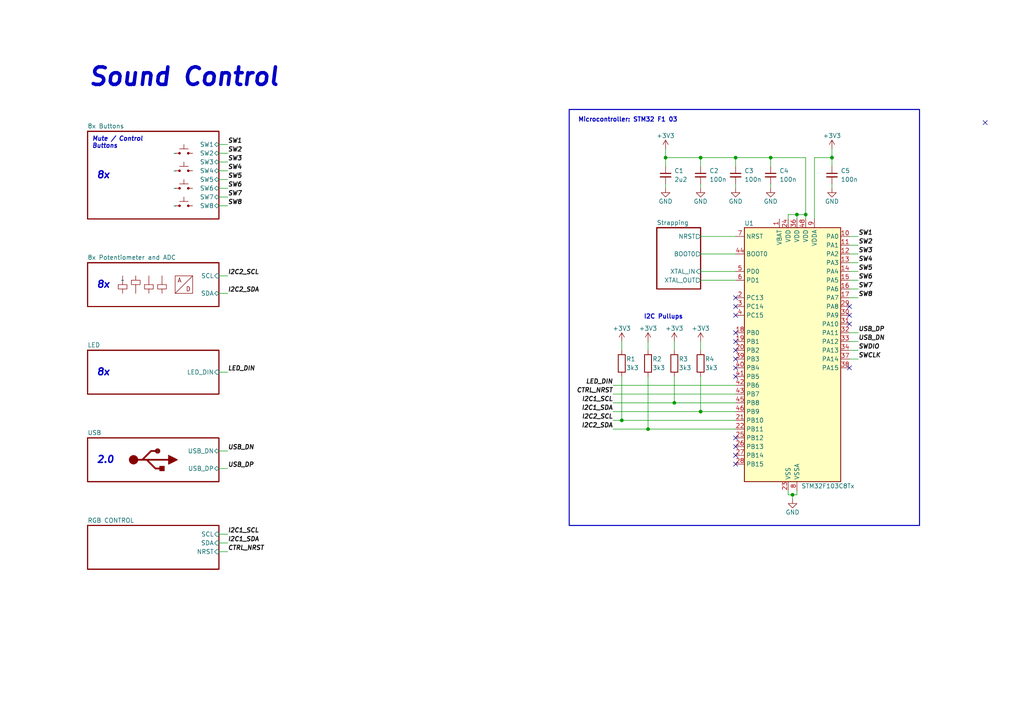
<source format=kicad_sch>
(kicad_sch (version 20230121) (generator eeschema)
  (paper "A4")
  (title_block (title "SoundControl") (date "2024-02-11") (rev "1"))
  (lib_symbols
    (symbol "Device:C_Small" (pin_numbers hide) (pin_names (offset 0.254) hide)
      (property "Reference" "C" (at 0.254 1.778 0))
      (property "Value" "C_Small" (at 0.254 -2.032 0))
      (symbol "C_Small_0_1"
        (polyline (pts (xy -1.524 -0.508) (xy 1.524 -0.508)) (stroke (width 0.3302)))
        (polyline (pts (xy -1.524 0.508) (xy 1.524 0.508)) (stroke (width 0.3048)))
      )
      (symbol "C_Small_1_1"
        (pin passive line (at 0 2.54 270) (length 2.032) (name "~") (number "1"))
        (pin passive line (at 0 -2.54 90) (length 2.032) (name "~") (number "2"))
      )
    )
    (symbol "Device:R" (pin_numbers hide) (pin_names (offset 0))
      (property "Reference" "R" (at 2.032 0 90))
      (property "Value" "R" (at 0 0 90))
      (symbol "R_0_1"
        (rectangle (start -1.016 -2.54) (end 1.016 2.54) (stroke (width 0.254)))
      )
      (symbol "R_1_1"
        (pin passive line (at 0 3.81 270) (length 1.27) (name "~") (number "1"))
        (pin passive line (at 0 -3.81 90) (length 1.27) (name "~") (number "2"))
      )
    )
    (symbol "Graphics:BtnGraph"
      (symbol "BtnGraph_0_1"
        (polyline (pts (xy 0 0) (xy 1.27 0)))
        (polyline (pts (xy 1.27 1.27) (xy 3.81 1.27)))
        (polyline (pts (xy 2.54 2.54) (xy 2.54 1.27)))
        (polyline (pts (xy 5.08 0) (xy 3.81 0)))
      )
      (symbol "BtnGraph_1_1"
        (circle (center 1.27 0) (radius 0.2898) (stroke (width 0) (color 132 0 0 1)) (fill (type outline)))
        (circle (center 3.81 0) (radius 0.2898) (stroke (width 0) (color 132 0 0 1)) (fill (type outline)))
      )
    )
    (symbol "Graphics:PotGraph" (pin_numbers hide) (pin_names (offset 0) hide)
      (symbol "PotGraph_0_1"
        (polyline (pts (xy 1.27 0) (xy 1.27 1.27)))
        (polyline (pts (xy 1.27 5.08) (xy 1.27 2.54)))
        (polyline (pts (xy 5.08 0) (xy 5.08 2.54)))
        (polyline (pts (xy 5.08 5.08) (xy 5.08 3.81)))
        (polyline (pts (xy 8.89 0) (xy 8.89 1.27)))
        (polyline (pts (xy 8.89 5.08) (xy 8.89 2.54)))
        (polyline (pts (xy 12.7 0) (xy 12.7 1.27)))
        (polyline (pts (xy 12.7 5.08) (xy 12.7 2.54)))
        (polyline (pts (xy 16.51 0) (xy 21.59 5.08)))
        (rectangle (start 0 2.54) (end 2.54 1.27))
        (rectangle (start 3.81 3.81) (end 6.35 2.54))
        (rectangle (start 7.62 2.54) (end 10.16 1.27))
        (rectangle (start 13.97 1.27) (end 11.43 2.54))
        (rectangle (start 16.51 5.08) (end 21.59 0))
      )
      (symbol "PotGraph_1_1"
        (text "A" (at 17.78 3.81 0) (effects (font (size 1.27 1.27))))
        (text "D" (at 20.32 1.27 0) (effects (font (size 1.27 1.27))))
      )
    )
    (symbol "Graphics:USBGraph"
      (symbol "USBGraph_0_1"
        (polyline (pts (xy 2.54 -6.985) (xy 2.54 3.175)) (stroke (width 0.508)))
        (polyline (pts (xy 2.54 -4.445) (xy 0 -1.905) (xy 0 -0.635)) (stroke (width 0.508)))
        (polyline (pts (xy 2.54 -3.175) (xy 5.08 -0.635) (xy 5.08 0.635)) (stroke (width 0.508)))
        (polyline (pts (xy 1.27 3.175) (xy 2.54 5.715) (xy 3.81 3.175) (xy 1.27 3.175)) (stroke (width 0.254)) (fill (type outline)))
        (circle (center 0 0) (radius 0.635) (stroke (width 0.254)) (fill (type outline)))
        (circle (center 2.54 -6.985) (radius 1.27) (fill (type outline)))
        (rectangle (start 4.445 0.635) (end 5.715 1.905) (stroke (width 0.254)) (fill (type outline)))
      )
    )
    (symbol "MCU_ST_STM32F1:STM32F103C8Tx"
      (property "Reference" "U" (at -12.7 39.37 0))
      (property "Value" "STM32F103C8Tx" (at 10.16 39.37 0))
      (symbol "STM32F103C8Tx_0_1"
        (rectangle (start -12.7 -35.56) (end 15.24 38.1) (stroke (width 0.254)) (fill (type background)))
      )
      (symbol "STM32F103C8Tx_1_1"
        (pin power_in line (at -2.54 40.64 270) (length 2.54) (name "VBAT") (number "1"))
        (pin bidirectional line (at 17.78 35.56 180) (length 2.54) (name "PA0") (number "10"))
        (pin bidirectional line (at 17.78 33.02 180) (length 2.54) (name "PA1") (number "11"))
        (pin bidirectional line (at 17.78 30.48 180) (length 2.54) (name "PA2") (number "12"))
        (pin bidirectional line (at 17.78 27.94 180) (length 2.54) (name "PA3") (number "13"))
        (pin bidirectional line (at 17.78 25.4 180) (length 2.54) (name "PA4") (number "14"))
        (pin bidirectional line (at 17.78 22.86 180) (length 2.54) (name "PA5") (number "15"))
        (pin bidirectional line (at 17.78 20.32 180) (length 2.54) (name "PA6") (number "16"))
        (pin bidirectional line (at 17.78 17.78 180) (length 2.54) (name "PA7") (number "17"))
        (pin bidirectional line (at -15.24 7.62 0) (length 2.54) (name "PB0") (number "18"))
        (pin bidirectional line (at -15.24 5.08 0) (length 2.54) (name "PB1") (number "19"))
        (pin bidirectional line (at -15.24 17.78 0) (length 2.54) (name "PC13") (number "2"))
        (pin bidirectional line (at -15.24 2.54 0) (length 2.54) (name "PB2") (number "20"))
        (pin bidirectional line (at -15.24 -17.78 0) (length 2.54) (name "PB10") (number "21"))
        (pin bidirectional line (at -15.24 -20.32 0) (length 2.54) (name "PB11") (number "22"))
        (pin power_in line (at 0 -38.1 90) (length 2.54) (name "VSS") (number "23"))
        (pin power_in line (at 0 40.64 270) (length 2.54) (name "VDD") (number "24"))
        (pin bidirectional line (at -15.24 -22.86 0) (length 2.54) (name "PB12") (number "25"))
        (pin bidirectional line (at -15.24 -25.4 0) (length 2.54) (name "PB13") (number "26"))
        (pin bidirectional line (at -15.24 -27.94 0) (length 2.54) (name "PB14") (number "27"))
        (pin bidirectional line (at -15.24 -30.48 0) (length 2.54) (name "PB15") (number "28"))
        (pin bidirectional line (at 17.78 15.24 180) (length 2.54) (name "PA8") (number "29"))
        (pin bidirectional line (at -15.24 15.24 0) (length 2.54) (name "PC14") (number "3"))
        (pin bidirectional line (at 17.78 12.7 180) (length 2.54) (name "PA9") (number "30"))
        (pin bidirectional line (at 17.78 10.16 180) (length 2.54) (name "PA10") (number "31"))
        (pin bidirectional line (at 17.78 7.62 180) (length 2.54) (name "PA11") (number "32"))
        (pin bidirectional line (at 17.78 5.08 180) (length 2.54) (name "PA12") (number "33"))
        (pin bidirectional line (at 17.78 2.54 180) (length 2.54) (name "PA13") (number "34"))
        (pin passive line (at 0 -38.1 90) (length 2.54) hide (name "VSS") (number "35"))
        (pin power_in line (at 2.54 40.64 270) (length 2.54) (name "VDD") (number "36"))
        (pin bidirectional line (at 17.78 0 180) (length 2.54) (name "PA14") (number "37"))
        (pin bidirectional line (at 17.78 -2.54 180) (length 2.54) (name "PA15") (number "38"))
        (pin bidirectional line (at -15.24 0 0) (length 2.54) (name "PB3") (number "39"))
        (pin bidirectional line (at -15.24 12.7 0) (length 2.54) (name "PC15") (number "4"))
        (pin bidirectional line (at -15.24 -2.54 0) (length 2.54) (name "PB4") (number "40"))
        (pin bidirectional line (at -15.24 -5.08 0) (length 2.54) (name "PB5") (number "41"))
        (pin bidirectional line (at -15.24 -7.62 0) (length 2.54) (name "PB6") (number "42"))
        (pin bidirectional line (at -15.24 -10.16 0) (length 2.54) (name "PB7") (number "43"))
        (pin input line (at -15.24 30.48 0) (length 2.54) (name "BOOT0") (number "44"))
        (pin bidirectional line (at -15.24 -12.7 0) (length 2.54) (name "PB8") (number "45"))
        (pin bidirectional line (at -15.24 -15.24 0) (length 2.54) (name "PB9") (number "46"))
        (pin passive line (at 0 -38.1 90) (length 2.54) hide (name "VSS") (number "47"))
        (pin power_in line (at 5.08 40.64 270) (length 2.54) (name "VDD") (number "48"))
        (pin bidirectional line (at -15.24 25.4 0) (length 2.54) (name "PD0") (number "5"))
        (pin bidirectional line (at -15.24 22.86 0) (length 2.54) (name "PD1") (number "6"))
        (pin input line (at -15.24 35.56 0) (length 2.54) (name "NRST") (number "7"))
        (pin power_in line (at 2.54 -38.1 90) (length 2.54) (name "VSSA") (number "8"))
        (pin power_in line (at 7.62 40.64 270) (length 2.54) (name "VDDA") (number "9"))
      )
    )
    (symbol "power:+3V3" (power) (pin_names (offset 0))
      (property "Value" "+3V3" (at 0 3.556 0))
      (symbol "+3V3_0_1"
        (polyline (pts (xy -0.762 1.27) (xy 0 2.54)))
        (polyline (pts (xy 0 0) (xy 0 2.54)))
        (polyline (pts (xy 0 2.54) (xy 0.762 1.27)))
      )
      (symbol "+3V3_1_1"
        (pin power_in line (at 0 0 90) (length 0) hide (name "+3V3") (number "1"))
      )
    )
    (symbol "power:GND" (power) (pin_names (offset 0))
      (property "Value" "GND" (at 0 -3.81 0))
      (symbol "GND_0_1"
        (polyline (pts (xy 0 0) (xy 0 -1.27) (xy 1.27 -1.27) (xy 0 -2.54) (xy -1.27 -1.27) (xy 0 -1.27)))
      )
      (symbol "GND_1_1"
        (pin power_in line (at 0 0 270) (length 0) hide (name "GND") (number "1"))
      )
    )
  )
  (junction (at 241.3 45.72))
  (junction (at 203.2 45.72))
  (junction (at 187.96 124.46))
  (junction (at 180.34 121.92))
  (junction (at 233.68 62.23))
  (junction (at 213.36 45.72))
  (junction (at 193.04 45.72))
  (junction (at 223.52 45.72))
  (junction (at 203.2 119.38))
  (junction (at 195.58 116.84))
  (junction (at 229.87 143.51))
  (junction (at 231.14 62.23))
  (no_connect (at 213.36 86.36))
  (no_connect (at 213.36 91.44))
  (no_connect (at 213.36 109.22))
  (no_connect (at 213.36 96.52))
  (no_connect (at 213.36 99.06))
  (no_connect (at 246.38 106.68))
  (no_connect (at 246.38 93.98))
  (no_connect (at 213.36 134.62))
  (no_connect (at 213.36 88.9))
  (no_connect (at 213.36 104.14))
  (no_connect (at 213.36 101.6))
  (no_connect (at 246.38 88.9))
  (no_connect (at 213.36 132.08))
  (no_connect (at 213.36 106.68))
  (no_connect (at 285.75 35.56))
  (no_connect (at 213.36 129.54))
  (no_connect (at 246.38 91.44))
  (no_connect (at 213.36 127))
  (wire (pts (xy 193.04 45.72) (xy 203.2 45.72)))
  (wire (pts (xy 180.34 99.06) (xy 180.34 101.6)))
  (wire (pts (xy 229.87 143.51) (xy 228.6 143.51)))
  (wire (pts (xy 203.2 119.38) (xy 213.36 119.38)))
  (wire (pts (xy 241.3 43.18) (xy 241.3 45.72)))
  (wire (pts (xy 233.68 63.5) (xy 233.68 62.23)))
  (wire (pts (xy 63.5 49.53) (xy 66.04 49.53)))
  (wire (pts (xy 229.87 143.51) (xy 229.87 144.78)))
  (wire (pts (xy 180.34 121.92) (xy 213.36 121.92)))
  (wire (pts (xy 63.5 107.95) (xy 66.04 107.95)))
  (wire (pts (xy 231.14 62.23) (xy 228.6 62.23)))
  (wire (pts (xy 231.14 143.51) (xy 229.87 143.51)))
  (wire (pts (xy 177.8 119.38) (xy 203.2 119.38)))
  (wire (pts (xy 187.96 109.22) (xy 187.96 124.46)))
  (wire (pts (xy 203.2 109.22) (xy 203.2 119.38)))
  (wire (pts (xy 231.14 62.23) (xy 231.14 63.5)))
  (wire (pts (xy 231.14 142.24) (xy 231.14 143.51)))
  (wire (pts (xy 63.5 54.61) (xy 66.04 54.61)))
  (wire (pts (xy 203.2 45.72) (xy 213.36 45.72)))
  (wire (pts (xy 177.8 121.92) (xy 180.34 121.92)))
  (wire (pts (xy 203.2 73.66) (xy 213.36 73.66)))
  (wire (pts (xy 177.8 124.46) (xy 187.96 124.46)))
  (wire (pts (xy 223.52 45.72) (xy 223.52 48.26)))
  (wire (pts (xy 203.2 78.74) (xy 213.36 78.74)))
  (wire (pts (xy 241.3 45.72) (xy 241.3 48.26)))
  (wire (pts (xy 63.5 41.91) (xy 66.04 41.91)))
  (wire (pts (xy 248.92 83.82) (xy 246.38 83.82)))
  (wire (pts (xy 187.96 99.06) (xy 187.96 101.6)))
  (wire (pts (xy 203.2 54.61) (xy 203.2 53.34)))
  (wire (pts (xy 248.92 76.2) (xy 246.38 76.2)))
  (wire (pts (xy 63.5 52.07) (xy 66.04 52.07)))
  (wire (pts (xy 180.34 109.22) (xy 180.34 121.92)))
  (wire (pts (xy 203.2 45.72) (xy 203.2 48.26)))
  (wire (pts (xy 195.58 99.06) (xy 195.58 101.6)))
  (wire (pts (xy 248.92 71.12) (xy 246.38 71.12)))
  (wire (pts (xy 246.38 104.14) (xy 248.92 104.14)))
  (wire (pts (xy 63.5 160.02) (xy 66.04 160.02)))
  (wire (pts (xy 246.38 101.6) (xy 248.92 101.6)))
  (wire (pts (xy 213.36 45.72) (xy 213.36 48.26)))
  (wire (pts (xy 63.5 154.94) (xy 66.04 154.94)))
  (wire (pts (xy 63.5 130.81) (xy 66.04 130.81)))
  (wire (pts (xy 228.6 142.24) (xy 228.6 143.51)))
  (wire (pts (xy 187.96 124.46) (xy 213.36 124.46)))
  (wire (pts (xy 66.04 135.89) (xy 63.5 135.89)))
  (wire (pts (xy 223.52 54.61) (xy 223.52 53.34)))
  (wire (pts (xy 63.5 44.45) (xy 66.04 44.45)))
  (wire (pts (xy 177.8 114.3) (xy 213.36 114.3)))
  (wire (pts (xy 248.92 81.28) (xy 246.38 81.28)))
  (wire (pts (xy 213.36 54.61) (xy 213.36 53.34)))
  (wire (pts (xy 248.92 68.58) (xy 246.38 68.58)))
  (wire (pts (xy 236.22 45.72) (xy 241.3 45.72)))
  (wire (pts (xy 195.58 116.84) (xy 213.36 116.84)))
  (wire (pts (xy 193.04 54.61) (xy 193.04 53.34)))
  (wire (pts (xy 246.38 99.06) (xy 248.92 99.06)))
  (wire (pts (xy 63.5 85.09) (xy 66.04 85.09)))
  (wire (pts (xy 203.2 99.06) (xy 203.2 101.6)))
  (wire (pts (xy 63.5 157.48) (xy 66.04 157.48)))
  (wire (pts (xy 241.3 54.61) (xy 241.3 53.34)))
  (wire (pts (xy 236.22 45.72) (xy 236.22 63.5)))
  (wire (pts (xy 228.6 62.23) (xy 228.6 63.5)))
  (wire (pts (xy 177.8 116.84) (xy 195.58 116.84)))
  (wire (pts (xy 213.36 45.72) (xy 223.52 45.72)))
  (wire (pts (xy 177.8 111.76) (xy 213.36 111.76)))
  (wire (pts (xy 203.2 81.28) (xy 213.36 81.28)))
  (wire (pts (xy 63.5 46.99) (xy 66.04 46.99)))
  (wire (pts (xy 203.2 68.58) (xy 213.36 68.58)))
  (wire (pts (xy 63.5 59.69) (xy 66.04 59.69)))
  (wire (pts (xy 193.04 45.72) (xy 193.04 48.26)))
  (wire (pts (xy 248.92 73.66) (xy 246.38 73.66)))
  (wire (pts (xy 233.68 62.23) (xy 231.14 62.23)))
  (wire (pts (xy 195.58 109.22) (xy 195.58 116.84)))
  (wire (pts (xy 248.92 78.74) (xy 246.38 78.74)))
  (wire (pts (xy 246.38 96.52) (xy 248.92 96.52)))
  (wire (pts (xy 63.5 57.15) (xy 66.04 57.15)))
  (wire (pts (xy 223.52 45.72) (xy 233.68 45.72)))
  (wire (pts (xy 248.92 86.36) (xy 246.38 86.36)))
  (wire (pts (xy 63.5 80.01) (xy 66.04 80.01)))
  (wire (pts (xy 193.04 43.18) (xy 193.04 45.72)))
  (wire (pts (xy 233.68 45.72) (xy 233.68 62.23)))
  (rectangle (start 165.1 31.75) (end 266.7 152.4) (stroke (width 0.3)))
  (text "8x" (at 27.94 109.22 0) (effects (font (size 2 2) bold italic) (justify left bottom)))
  (text "Mute / Control\nButtons" (at 26.67 43.18 0) (effects (font (size 1.27 1.27) bold italic) (justify left bottom)))
  (text "2.0" (at 27.94 134.62 0) (effects (font (size 2 2) bold italic) (justify left bottom)))
  (text "Microcontroller: STM32 F1 03" (at 167.64 35.56 0) (effects (font (size 1.27 1.27) (thickness 0.254) bold) (justify left bottom)))
  (text "8x" (at 27.94 52.07 0) (effects (font (size 2 2) bold italic) (justify left bottom)))
  (text "Sound Control" (at 25.4 25.4 0) (effects (font (size 5.08 5.08) bold italic) (justify left bottom)))
  (text "I2C Pullups" (at 186.69 92.71 0) (effects (font (size 1.27 1.27) (thickness 0.254) bold) (justify left bottom)))
  (text "8x" (at 27.94 83.82 0) (effects (font (size 2 2) bold italic) (justify left bottom)))
  (label "SW7" (at 248.92 83.82 0) (effects (font bold italic)))
  (label "I2C1_SDA" (at 66.04 157.48 0) (effects (font (thickness 0.254) bold italic)))
  (label "SW8" (at 66.04 59.69 0) (effects (font bold italic)))
  (label "I2C2_SDA" (at 177.8 124.46 180) (effects (font (thickness 0.254) bold italic)))
  (label "SW5" (at 66.04 52.07 0) (effects (font bold italic)))
  (label "I2C1_SCL" (at 66.04 154.94 0) (effects (font (thickness 0.254) bold italic)))
  (label "USB_DP" (at 248.92 96.52 0) (effects (font (thickness 0.254) bold italic)))
  (label "SW8" (at 248.92 86.36 0) (effects (font bold italic)))
  (label "I2C1_SCL" (at 177.8 116.84 180) (effects (font (thickness 0.254) bold italic)))
  (label "SWCLK" (at 248.92 104.14 0) (effects (font bold italic)))
  (label "SW4" (at 66.04 49.53 0) (effects (font bold italic)))
  (label "SW5" (at 248.92 78.74 0) (effects (font bold italic)))
  (label "CTRL_NRST" (at 66.04 160.02 0) (effects (font (thickness 0.254) bold italic)))
  (label "CTRL_NRST" (at 177.8 114.3 180) (effects (font (thickness 0.254) bold italic)))
  (label "USB_DN" (at 66.04 130.81 0) (effects (font (thickness 0.254) bold italic)))
  (label "SW3" (at 66.04 46.99 0) (effects (font bold italic)))
  (label "SWDIO" (at 248.92 101.6 0) (effects (font bold italic)))
  (label "SW2" (at 66.04 44.45 0) (effects (font bold italic)))
  (label "SW6" (at 248.92 81.28 0) (effects (font bold italic)))
  (label "USB_DN" (at 248.92 99.06 0) (effects (font (thickness 0.254) bold italic)))
  (label "SW1" (at 248.92 68.58 0) (effects (font bold italic)))
  (label "I2C1_SDA" (at 177.8 119.38 180) (effects (font (thickness 0.254) bold italic)))
  (label "SW2" (at 248.92 71.12 0) (effects (font bold italic)))
  (label "LED_DIN" (at 177.8 111.76 180) (effects (font bold italic)))
  (label "SW7" (at 66.04 57.15 0) (effects (font bold italic)))
  (label "SW4" (at 248.92 76.2 0) (effects (font bold italic)))
  (label "SW3" (at 248.92 73.66 0) (effects (font bold italic)))
  (label "I2C2_SCL" (at 66.04 80.01 0) (effects (font (thickness 0.254) bold italic)))
  (label "I2C2_SDA" (at 66.04 85.09 0) (effects (font (thickness 0.254) bold italic)))
  (label "I2C2_SCL" (at 177.8 121.92 180) (effects (font (thickness 0.254) bold italic)))
  (label "LED_DIN" (at 66.04 107.95 0) (effects (font bold italic)))
  (label "USB_DP" (at 66.04 135.89 0) (effects (font (thickness 0.254) bold italic)))
  (label "SW1" (at 66.04 41.91 0) (effects (font bold italic)))
  (label "SW6" (at 66.04 54.61 0) (effects (font bold italic)))
  (symbol (lib_id "Device:R") (at 195.58 105.41 0) (unit 1)
    (property "Reference" "R3" (at 196.85 104.14 0) (effects (justify left)))
    (property "Value" "3k3" (at 196.85 106.68 0) (effects (justify left)))
    (property "Footprint" "Resistor_SMD:R_1206_3216Metric_Pad1.30x1.75mm_HandSolder" (effects hide))
  )
  (symbol (lib_id "power:GND") (at 241.3 54.61 0) (unit 1)
    (property "Reference" "#PWR07" (effects hide))
    (property "Value" "GND" (at 241.3 58.42 0))
  )
  (symbol (lib_id "power:GND") (at 229.87 144.78 0) (unit 1)
    (property "Reference" "#PWR012" (effects hide))
    (property "Value" "GND" (at 229.87 148.59 0))
  )
  (symbol (lib_id "Device:C_Small") (at 193.04 50.8 0) (unit 1)
    (property "Reference" "C1" (at 195.58 49.5363 0) (effects (justify left)))
    (property "Value" "2u2" (at 195.58 52.07 0) (effects (justify left)))
    (property "Footprint" "Capacitor_SMD:C_1206_3216Metric_Pad1.33x1.80mm_HandSolder" (effects hide))
  )
  (symbol (lib_id "Device:R") (at 203.2 105.41 0) (unit 1)
    (property "Reference" "R4" (at 204.47 104.14 0) (effects (justify left)))
    (property "Value" "3k3" (at 204.47 106.68 0) (effects (justify left)))
    (property "Footprint" "Resistor_SMD:R_1206_3216Metric_Pad1.30x1.75mm_HandSolder" (effects hide))
  )
  (symbol (lib_id "Device:C_Small") (at 223.52 50.8 0) (unit 1)
    (property "Reference" "C4" (at 226.06 49.5363 0) (effects (justify left)))
    (property "Value" "100n" (at 226.06 52.07 0) (effects (justify left)))
    (property "Footprint" "Capacitor_SMD:C_1206_3216Metric_Pad1.33x1.80mm_HandSolder" (effects hide))
  )
  (symbol (lib_id "MCU_ST_STM32F1:STM32F103C8Tx") (at 228.6 104.14 0) (unit 1)
    (property "Reference" "U1" (at 215.9 64.77 0) (effects (justify left)))
    (property "Value" "STM32F103C8Tx" (at 232.41 140.97 0) (effects (justify left)))
    (property "Footprint" "Package_QFP:LQFP-48_7x7mm_P0.5mm" (effects hide))
    (property "Datasheet" "https://www.st.com/resource/en/datasheet/stm32f103c8.pdf" (effects hide))
  )
  (symbol (lib_id "Graphics:BtnGraph") (at 50.8 49.53 0) (unit 1) (in_bom no) (on_board no)
    (property "Reference" "A2" (effects hide))
    (property "Value" "~" (at 50.8 49.53 0))
    (property "Sim.Enable" "0" (effects hide))
  )
  (symbol (lib_id "power:GND") (at 223.52 54.61 0) (unit 1)
    (property "Reference" "#PWR06" (effects hide))
    (property "Value" "GND" (at 223.52 58.42 0))
  )
  (symbol (lib_id "Device:C_Small") (at 203.2 50.8 0) (unit 1)
    (property "Reference" "C2" (at 205.74 49.5363 0) (effects (justify left)))
    (property "Value" "100n" (at 205.74 52.07 0) (effects (justify left)))
    (property "Footprint" "Capacitor_SMD:C_1206_3216Metric_Pad1.33x1.80mm_HandSolder" (effects hide))
  )
  (symbol (lib_id "power:GND") (at 203.2 54.61 0) (unit 1)
    (property "Reference" "#PWR04" (effects hide))
    (property "Value" "GND" (at 203.2 58.42 0))
  )
  (symbol (lib_id "power:+3V3") (at 203.2 99.06 0) (unit 1)
    (property "Reference" "#PWR011" (effects hide))
    (property "Value" "+3V3" (at 203.2 95.25 0))
  )
  (symbol (lib_id "Device:R") (at 180.34 105.41 0) (unit 1)
    (property "Reference" "R1" (at 181.61 104.14 0) (effects (justify left)))
    (property "Value" "3k3" (at 181.61 106.68 0) (effects (justify left)))
    (property "Footprint" "Resistor_SMD:R_1206_3216Metric_Pad1.30x1.75mm_HandSolder" (effects hide))
  )
  (symbol (lib_id "power:GND") (at 193.04 54.61 0) (unit 1)
    (property "Reference" "#PWR03" (effects hide))
    (property "Value" "GND" (at 193.04 58.42 0))
  )
  (symbol (lib_id "power:+3V3") (at 180.34 99.06 0) (unit 1)
    (property "Reference" "#PWR08" (effects hide))
    (property "Value" "+3V3" (at 180.34 95.25 0))
  )
  (symbol (lib_id "Graphics:BtnGraph") (at 50.8 59.69 0) (unit 1) (in_bom no) (on_board no)
    (property "Reference" "A4" (effects hide))
    (property "Value" "~" (at 50.8 59.69 0))
    (property "Sim.Enable" "0" (effects hide))
  )
  (symbol (lib_id "power:+3V3") (at 187.96 99.06 0) (unit 1)
    (property "Reference" "#PWR09" (effects hide))
    (property "Value" "+3V3" (at 187.96 95.25 0))
  )
  (symbol (lib_id "Graphics:USBGraph") (at 45.72 130.81 270) (unit 1) (in_bom no) (on_board no)
    (property "Reference" "A6" (effects hide))
    (property "Value" "~" (at 45.72 130.81 0))
    (property "Sim.Enable" "0" (effects hide))
  )
  (symbol (lib_id "Device:R") (at 187.96 105.41 0) (unit 1)
    (property "Reference" "R2" (at 189.23 104.14 0) (effects (justify left)))
    (property "Value" "3k3" (at 189.23 106.68 0) (effects (justify left)))
    (property "Footprint" "Resistor_SMD:R_1206_3216Metric_Pad1.30x1.75mm_HandSolder" (effects hide))
  )
  (symbol (lib_id "power:+3V3") (at 193.04 43.18 0) (unit 1)
    (property "Reference" "#PWR01" (effects hide))
    (property "Value" "+3V3" (at 193.04 39.37 0))
  )
  (symbol (lib_id "Graphics:BtnGraph") (at 50.8 44.45 0) (unit 1) (in_bom no) (on_board no)
    (property "Reference" "A1" (effects hide))
    (property "Value" "~" (at 50.8 44.45 0))
    (property "Sim.Enable" "0" (effects hide))
  )
  (symbol (lib_id "power:+3V3") (at 195.58 99.06 0) (unit 1)
    (property "Reference" "#PWR010" (effects hide))
    (property "Value" "+3V3" (at 195.58 95.25 0))
  )
  (symbol (lib_id "Graphics:BtnGraph") (at 50.8 54.61 0) (unit 1) (in_bom no) (on_board no)
    (property "Reference" "A3" (effects hide))
    (property "Value" "~" (at 50.8 54.61 0))
    (property "Sim.Enable" "0" (effects hide))
  )
  (symbol (lib_id "Graphics:PotGraph") (at 34.29 85.09 0) (unit 1) (in_bom no) (on_board no)
    (property "Reference" "A5" (effects hide))
    (property "Value" "~" (at 35.56 81.28 0))
    (property "Sim.Enable" "0" (effects hide))
  )
  (symbol (lib_id "power:GND") (at 213.36 54.61 0) (unit 1)
    (property "Reference" "#PWR05" (effects hide))
    (property "Value" "GND" (at 213.36 58.42 0))
  )
  (symbol (lib_id "Device:C_Small") (at 241.3 50.8 0) (unit 1)
    (property "Reference" "C5" (at 243.84 49.5363 0) (effects (justify left)))
    (property "Value" "100n" (at 243.84 52.07 0) (effects (justify left)))
    (property "Footprint" "Capacitor_SMD:C_1206_3216Metric_Pad1.33x1.80mm_HandSolder" (effects hide))
  )
  (symbol (lib_id "Device:C_Small") (at 213.36 50.8 0) (unit 1)
    (property "Reference" "C3" (at 215.9 49.5363 0) (effects (justify left)))
    (property "Value" "100n" (at 215.9 52.07 0) (effects (justify left)))
    (property "Footprint" "Capacitor_SMD:C_1206_3216Metric_Pad1.33x1.80mm_HandSolder" (effects hide))
  )
  (symbol (lib_id "power:+3V3") (at 241.3 43.18 0) (unit 1)
    (property "Reference" "#PWR02" (effects hide))
    (property "Value" "+3V3" (at 241.3 39.37 0))
  )
  (sheet (at 190.5 66.04) (size 12.7 17.78) (stroke (width 0.3))
    (property "Sheetname" "Strapping" (at 190.5 65.3284 0) (effects (justify left bottom)))
    (property "Sheetfile" "strapping.kicad_sch" (effects hide))
    (pin "NRST" output (at 203.2 68.58 0))
    (pin "BOOT0" output (at 203.2 73.66 0))
    (pin "XTAL_IN" input (at 203.2 78.74 0))
    (pin "XTAL_OUT" output (at 203.2 81.28 0))
  )
  (sheet (at 25.4 38.1) (size 38.1 25.4) (stroke (width 0.3))
    (property "Sheetname" "8x Buttons" (at 25.4 37.3146 0) (effects (justify left bottom)))
    (property "Sheetfile" "buttons.kicad_sch" (effects hide))
    (pin "SW2" bidirectional (at 63.5 44.45 0))
    (pin "SW1" bidirectional (at 63.5 41.91 0))
    (pin "SW6" bidirectional (at 63.5 54.61 0))
    (pin "SW5" bidirectional (at 63.5 52.07 0))
    (pin "SW7" bidirectional (at 63.5 57.15 0))
    (pin "SW3" bidirectional (at 63.5 46.99 0))
    (pin "SW8" bidirectional (at 63.5 59.69 0))
    (pin "SW4" bidirectional (at 63.5 49.53 0))
  )
  (sheet (at 25.4 152.4) (size 38.1 12.7) (stroke (width 0.3))
    (property "Sheetname" "RGB CONTROL" (at 25.4 151.6884 0) (effects (justify left bottom)))
    (property "Sheetfile" "rgb_ctrl.kicad_sch" (effects hide))
    (pin "SCL" input (at 63.5 154.94 0))
    (pin "SDA" input (at 63.5 157.48 0))
    (pin "NRST" input (at 63.5 160.02 0))
  )
  (sheet (at 25.4 127) (size 38.1 12.7) (stroke (width 0.3))
    (property "Sheetname" "USB" (at 25.4 126.2646 0) (effects (justify left bottom)))
    (property "Sheetfile" "usb.kicad_sch" (effects hide))
    (pin "USB_DN" bidirectional (at 63.5 130.81 0))
    (pin "USB_DP" bidirectional (at 63.5 135.89 0))
  )
  (sheet (at 25.4 76.2) (size 38.1 12.7) (stroke (width 0.3))
    (property "Sheetname" "8x Potentiometer and ADC" (at 25.4 75.4146 0) (effects (justify left bottom)))
    (property "Sheetfile" "potis.kicad_sch" (effects hide))
    (pin "SCL" input (at 63.5 80.01 0))
    (pin "SDA" bidirectional (at 63.5 85.09 0))
  )
  (sheet (at 25.4 101.6) (size 38.1 12.7) (stroke (width 0.3))
    (property "Sheetname" "LED" (at 25.4 100.8146 0) (effects (justify left bottom)))
    (property "Sheetfile" "led.kicad_sch" (effects hide))
    (pin "LED_DIN" input (at 63.5 107.95 0))
  )
)
</source>
